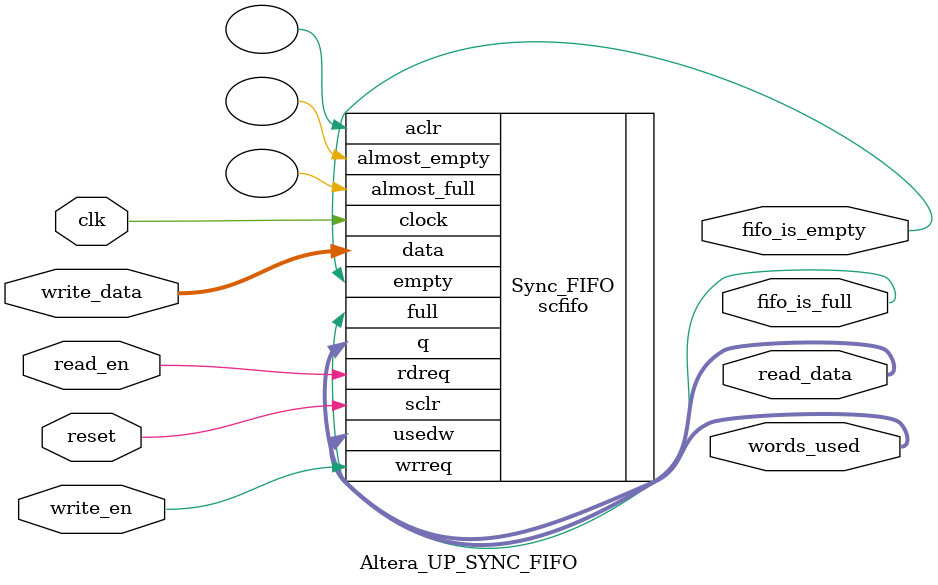
<source format=v>
/* This module is a FIFO with same clock for both reads and writes. 
 *   
 * Inputs:
 *   clk 			- should be connected to a 50 MHz clock
 *   reset 			- resets the module
 *   write_en 		- enable the write to FIFO
 *   write_data 	- data to be written to FIFO
 *   read_en 		- enable the read from FIFO
 *
 * Outputs:
 *   fifo_is_empty 	- if the FIFO is empty or not
 *   fifo_is_full 	- if the FIFO is full or not
 *   words_used 	- space used in FIFO
 *   read_data 		- data to be read from the FIFO
 */
module Altera_UP_SYNC_FIFO (
	clk,
	reset,
	write_en,
	write_data,
	read_en,
	fifo_is_empty,
	fifo_is_full,
	words_used,
	read_data
);

	parameter DATA_WIDTH = 32;
	parameter DATA_DEPTH = 128;
	parameter ADDR_WIDTH = 7;

	input clk;
	input reset;
	input write_en;
	input [DATA_WIDTH:1] write_data;
	input read_en;
	output fifo_is_empty;
	output fifo_is_full;
	output [ADDR_WIDTH:1] words_used;
	output [DATA_WIDTH:1] read_data;

	scfifo	Sync_FIFO (
		.clock			(clk),
		.sclr			(reset),
		.data			(write_data),
		.wrreq			(write_en),
		.rdreq			(read_en),
		.empty			(fifo_is_empty),
		.full			(fifo_is_full),
		.usedw			(words_used),
		.q				(read_data),
		.aclr			(),
		.almost_empty	(),
		.almost_full	()
	);
	defparam
		Sync_FIFO.add_ram_output_register	= "OFF",
		Sync_FIFO.intended_device_family	= "Cyclone II",
		Sync_FIFO.lpm_numwords				= DATA_DEPTH,
		Sync_FIFO.lpm_showahead				= "ON",
		Sync_FIFO.lpm_type					= "scfifo",
		Sync_FIFO.lpm_width					= DATA_WIDTH,
		Sync_FIFO.lpm_widthu				= ADDR_WIDTH,
		Sync_FIFO.overflow_checking			= "OFF",
		Sync_FIFO.underflow_checking		= "OFF",
		Sync_FIFO.use_eab					= "ON";

endmodule //Altera_UP_SYNC_FIFO


</source>
